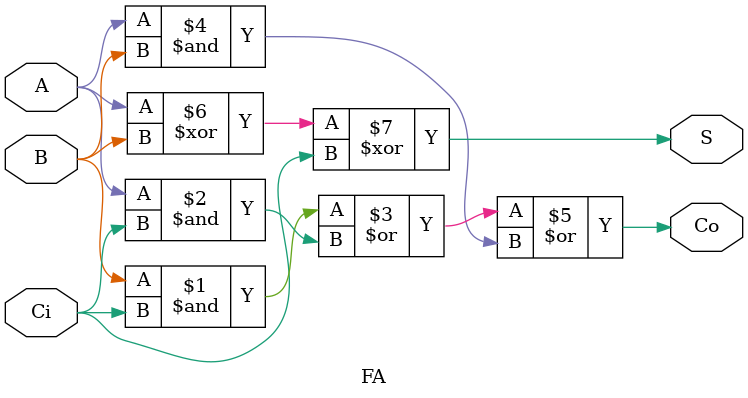
<source format=sv>
`timescale 1ns / 1ps


module FA(
    input A,
    input B,
    input Ci,
    output S,
    output Co
    );
    
    assign Co = (B & Ci) | (A & Ci) | (A & B);
    assign S = A ^ B ^ Ci; 
    
endmodule

</source>
